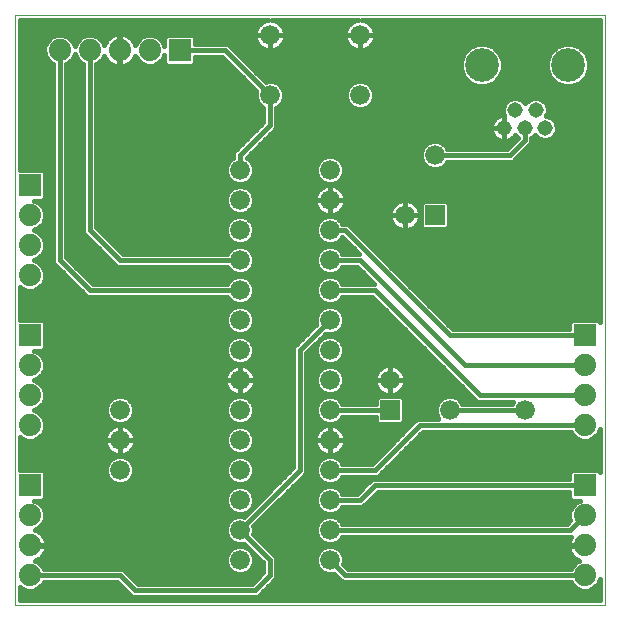
<source format=gbl>
G75*
G70*
%OFA0B0*%
%FSLAX24Y24*%
%IPPOS*%
%LPD*%
%AMOC8*
5,1,8,0,0,1.08239X$1,22.5*
%
%ADD10C,0.0000*%
%ADD11R,0.0740X0.0740*%
%ADD12C,0.0740*%
%ADD13C,0.0660*%
%ADD14C,0.0515*%
%ADD15C,0.1122*%
%ADD16R,0.0650X0.0650*%
%ADD17C,0.0650*%
%ADD18C,0.0160*%
%ADD19R,0.0356X0.0356*%
D10*
X001683Y001189D02*
X001683Y020874D01*
X021368Y020874D01*
X021368Y001189D01*
X001683Y001189D01*
D11*
X002183Y005189D03*
X002183Y010189D03*
X002183Y015189D03*
X007183Y019689D03*
X020683Y010189D03*
X020683Y005189D03*
D12*
X020683Y004189D03*
X020683Y003189D03*
X020683Y002189D03*
X020683Y007189D03*
X020683Y008189D03*
X020683Y009189D03*
X006183Y019689D03*
X005183Y019689D03*
X004183Y019689D03*
X003183Y019689D03*
X002183Y014189D03*
X002183Y013189D03*
X002183Y012189D03*
X002183Y009189D03*
X002183Y008189D03*
X002183Y007189D03*
X002183Y004189D03*
X002183Y003189D03*
X002183Y002189D03*
D13*
X005183Y005689D03*
X005183Y006689D03*
X005183Y007689D03*
X009183Y007689D03*
X009183Y006689D03*
X009183Y005689D03*
X009183Y004689D03*
X009183Y003689D03*
X009183Y002689D03*
X012183Y002689D03*
X013183Y002689D03*
X012183Y003689D03*
X012183Y004689D03*
X012183Y005689D03*
X012183Y006689D03*
X012183Y007689D03*
X012183Y008689D03*
X012183Y009689D03*
X012183Y010689D03*
X012183Y011689D03*
X012183Y012689D03*
X012183Y013689D03*
X012183Y014689D03*
X012183Y015689D03*
X013183Y018189D03*
X013183Y020189D03*
X010183Y020189D03*
X010183Y018189D03*
X009183Y015689D03*
X009183Y014689D03*
X009183Y013689D03*
X009183Y012689D03*
X009183Y011689D03*
X009183Y010689D03*
X009183Y009689D03*
X009183Y008689D03*
X016183Y007689D03*
X018683Y007689D03*
X019683Y012189D03*
X015683Y016189D03*
D14*
X017983Y017089D03*
X018683Y017089D03*
X019353Y017089D03*
X019043Y017709D03*
X018353Y017709D03*
D15*
X017246Y019189D03*
X020120Y019189D03*
D16*
X015683Y014189D03*
X014183Y007689D03*
D17*
X014183Y008689D03*
X014683Y014189D03*
D18*
X014683Y014189D01*
X014683Y013684D01*
X014643Y013684D01*
X014565Y013697D01*
X014489Y013721D01*
X014418Y013757D01*
X014354Y013804D01*
X014298Y013860D01*
X014251Y013925D01*
X014215Y013995D01*
X014191Y014071D01*
X014178Y014150D01*
X014178Y014189D01*
X014683Y014189D01*
X014683Y014189D01*
X014683Y013684D01*
X014723Y013684D01*
X014801Y013697D01*
X014877Y013721D01*
X014948Y013757D01*
X015012Y013804D01*
X015068Y013860D01*
X015115Y013925D01*
X015151Y013995D01*
X015176Y014071D01*
X015188Y014150D01*
X015188Y014189D01*
X014684Y014189D01*
X014684Y014189D01*
X015188Y014189D01*
X015188Y014229D01*
X015176Y014308D01*
X015151Y014383D01*
X015115Y014454D01*
X015068Y014518D01*
X015012Y014574D01*
X014948Y014621D01*
X014877Y014657D01*
X014801Y014682D01*
X014723Y014694D01*
X014683Y014694D01*
X014643Y014694D01*
X014565Y014682D01*
X014489Y014657D01*
X014418Y014621D01*
X014354Y014574D01*
X014298Y014518D01*
X014251Y014454D01*
X014215Y014383D01*
X014191Y014308D01*
X014178Y014229D01*
X014178Y014189D01*
X014683Y014189D01*
X014683Y014190D02*
X014683Y014694D01*
X014683Y014190D01*
X014683Y014190D01*
X014683Y014190D01*
X014683Y014348D02*
X014683Y014348D01*
X014683Y014507D02*
X014683Y014507D01*
X014683Y014665D02*
X014683Y014665D01*
X014515Y014665D02*
X012693Y014665D01*
X012693Y014649D02*
X012693Y014689D01*
X012184Y014689D01*
X012184Y014689D01*
X012693Y014689D01*
X012693Y014729D01*
X012681Y014809D01*
X012656Y014885D01*
X012619Y014957D01*
X012572Y015021D01*
X012515Y015078D01*
X012450Y015125D01*
X012379Y015162D01*
X012303Y015187D01*
X012223Y015199D01*
X012183Y015199D01*
X012143Y015199D01*
X012064Y015187D01*
X011987Y015162D01*
X011916Y015125D01*
X011851Y015078D01*
X011794Y015021D01*
X011747Y014957D01*
X011711Y014885D01*
X011686Y014809D01*
X011673Y014729D01*
X011673Y014689D01*
X011673Y014649D01*
X011686Y014570D01*
X011711Y014494D01*
X011747Y014422D01*
X011794Y014357D01*
X011851Y014300D01*
X011916Y014253D01*
X011987Y014217D01*
X012064Y014192D01*
X012143Y014179D01*
X012183Y014179D01*
X012183Y014689D01*
X012183Y014689D01*
X011673Y014689D01*
X012183Y014689D01*
X012183Y014689D01*
X011683Y014689D01*
X011673Y014665D02*
X009653Y014665D01*
X009653Y014596D02*
X009653Y014783D01*
X009582Y014956D01*
X009449Y015088D01*
X009277Y015159D01*
X009090Y015159D01*
X008917Y015088D01*
X008785Y014956D01*
X008713Y014783D01*
X008713Y014596D01*
X008785Y014423D01*
X008917Y014291D01*
X009090Y014219D01*
X009277Y014219D01*
X009449Y014291D01*
X009582Y014423D01*
X009653Y014596D01*
X009616Y014507D02*
X011706Y014507D01*
X011803Y014348D02*
X009507Y014348D01*
X009449Y014088D02*
X009277Y014159D01*
X009090Y014159D01*
X008917Y014088D01*
X008785Y013956D01*
X008713Y013783D01*
X008713Y013596D01*
X008785Y013423D01*
X008917Y013291D01*
X009090Y013219D01*
X009277Y013219D01*
X009449Y013291D01*
X009582Y013423D01*
X009653Y013596D01*
X009653Y013783D01*
X009582Y013956D01*
X009449Y014088D01*
X009506Y014031D02*
X011860Y014031D01*
X011917Y014088D02*
X011785Y013956D01*
X011713Y013783D01*
X011713Y013596D01*
X011785Y013423D01*
X011917Y013291D01*
X012090Y013219D01*
X012277Y013219D01*
X012449Y013291D01*
X012582Y013423D01*
X012598Y013463D01*
X013152Y012909D01*
X013092Y012909D01*
X012601Y012909D01*
X012582Y012956D01*
X012449Y013088D01*
X012277Y013159D01*
X012090Y013159D01*
X011917Y013088D01*
X011785Y012956D01*
X011713Y012783D01*
X011713Y012596D01*
X011785Y012423D01*
X011917Y012291D01*
X012090Y012219D01*
X012277Y012219D01*
X012449Y012291D01*
X012582Y012423D01*
X012601Y012469D01*
X013092Y012469D01*
X013652Y011909D01*
X013592Y011909D01*
X012601Y011909D01*
X012582Y011956D01*
X012449Y012088D01*
X012277Y012159D01*
X012090Y012159D01*
X011917Y012088D01*
X011785Y011956D01*
X011713Y011783D01*
X011713Y011596D01*
X011785Y011423D01*
X011917Y011291D01*
X012090Y011219D01*
X012277Y011219D01*
X012449Y011291D01*
X012582Y011423D01*
X012601Y011469D01*
X013592Y011469D01*
X017092Y007969D01*
X017274Y007969D01*
X018299Y007969D01*
X018285Y007956D01*
X018266Y007909D01*
X016601Y007909D01*
X016582Y007956D01*
X016449Y008088D01*
X016277Y008159D01*
X016090Y008159D01*
X015917Y008088D01*
X015785Y007956D01*
X015713Y007783D01*
X015713Y007596D01*
X015785Y007423D01*
X015799Y007409D01*
X015092Y007409D01*
X014963Y007280D01*
X013592Y005909D01*
X012601Y005909D01*
X012582Y005956D01*
X012449Y006088D01*
X012277Y006159D01*
X012090Y006159D01*
X011917Y006088D01*
X011785Y005956D01*
X011713Y005783D01*
X011713Y005596D01*
X011785Y005423D01*
X011917Y005291D01*
X012090Y005219D01*
X012277Y005219D01*
X012449Y005291D01*
X012582Y005423D01*
X012601Y005469D01*
X013592Y005469D01*
X013774Y005469D01*
X015274Y006969D01*
X020222Y006969D01*
X020251Y006900D01*
X020394Y006757D01*
X020582Y006679D01*
X020785Y006679D01*
X020972Y006757D01*
X021115Y006900D01*
X021188Y007076D01*
X021188Y005622D01*
X021111Y005699D01*
X020255Y005699D01*
X020173Y005617D01*
X020173Y005409D01*
X013592Y005409D01*
X013463Y005280D01*
X013092Y004909D01*
X012601Y004909D01*
X012582Y004956D01*
X012449Y005088D01*
X012277Y005159D01*
X012090Y005159D01*
X011917Y005088D01*
X011785Y004956D01*
X011713Y004783D01*
X011713Y004596D01*
X011785Y004423D01*
X011917Y004291D01*
X012090Y004219D01*
X012277Y004219D01*
X012449Y004291D01*
X012582Y004423D01*
X012601Y004469D01*
X013092Y004469D01*
X013274Y004469D01*
X013774Y004969D01*
X020173Y004969D01*
X020173Y004761D01*
X020255Y004679D01*
X020534Y004679D01*
X020394Y004622D01*
X020251Y004478D01*
X020173Y004291D01*
X020173Y004088D01*
X020202Y004019D01*
X020092Y003909D01*
X012601Y003909D01*
X012582Y003956D01*
X012449Y004088D01*
X012277Y004159D01*
X012090Y004159D01*
X011917Y004088D01*
X011785Y003956D01*
X011713Y003783D01*
X011713Y003596D01*
X011785Y003423D01*
X011917Y003291D01*
X012090Y003219D01*
X012277Y003219D01*
X012449Y003291D01*
X012582Y003423D01*
X012601Y003469D01*
X020092Y003469D01*
X020209Y003469D01*
X020173Y003400D01*
X020147Y003318D01*
X020133Y003233D01*
X020133Y003209D01*
X020663Y003209D01*
X020663Y003169D01*
X020133Y003169D01*
X020133Y003146D01*
X020147Y003060D01*
X020173Y002978D01*
X020213Y002901D01*
X020264Y002831D01*
X020325Y002770D01*
X020395Y002719D01*
X020472Y002680D01*
X020507Y002668D01*
X020394Y002622D01*
X020251Y002478D01*
X020222Y002409D01*
X012774Y002409D01*
X012634Y002550D01*
X012653Y002596D01*
X012653Y002783D01*
X012582Y002956D01*
X012449Y003088D01*
X012277Y003159D01*
X012090Y003159D01*
X011917Y003088D01*
X011785Y002956D01*
X011713Y002783D01*
X011713Y002596D01*
X011785Y002423D01*
X011917Y002291D01*
X012090Y002219D01*
X012277Y002219D01*
X012323Y002238D01*
X012592Y001969D01*
X012774Y001969D01*
X020222Y001969D01*
X020251Y001900D01*
X020394Y001757D01*
X020582Y001679D01*
X020785Y001679D01*
X020972Y001757D01*
X021115Y001900D01*
X021188Y002076D01*
X021188Y001369D01*
X001863Y001369D01*
X001863Y001788D01*
X001894Y001757D01*
X002082Y001679D01*
X002285Y001679D01*
X002472Y001757D01*
X002615Y001900D01*
X002644Y001969D01*
X005092Y001969D01*
X005463Y001598D01*
X005592Y001469D01*
X009592Y001469D01*
X009774Y001469D01*
X010274Y001969D01*
X010403Y002098D01*
X010403Y002598D01*
X010403Y002780D01*
X009634Y003550D01*
X009653Y003596D01*
X009653Y003783D01*
X009634Y003829D01*
X011274Y005469D01*
X011403Y005598D01*
X011403Y009598D01*
X012043Y010238D01*
X012090Y010219D01*
X012277Y010219D01*
X012449Y010291D01*
X012582Y010423D01*
X012653Y010596D01*
X012653Y010783D01*
X012582Y010956D01*
X012449Y011088D01*
X012277Y011159D01*
X012090Y011159D01*
X011917Y011088D01*
X011785Y010956D01*
X011713Y010783D01*
X011713Y010596D01*
X011732Y010550D01*
X010963Y009780D01*
X010963Y009598D01*
X010963Y005780D01*
X009323Y004140D01*
X009277Y004159D01*
X009090Y004159D01*
X008917Y004088D01*
X008785Y003956D01*
X008713Y003783D01*
X008713Y003596D01*
X008785Y003423D01*
X008917Y003291D01*
X009090Y003219D01*
X009277Y003219D01*
X009323Y003238D01*
X009963Y002598D01*
X009963Y002280D01*
X009592Y001909D01*
X005774Y001909D01*
X005274Y002409D01*
X005092Y002409D01*
X002644Y002409D01*
X002615Y002478D01*
X002472Y002622D01*
X002359Y002668D01*
X002394Y002680D01*
X002471Y002719D01*
X002541Y002770D01*
X002603Y002831D01*
X002654Y002901D01*
X002693Y002978D01*
X002720Y003060D01*
X002733Y003146D01*
X002733Y003169D01*
X002203Y003169D01*
X002203Y003209D01*
X002733Y003209D01*
X002733Y003233D01*
X002720Y003318D01*
X002693Y003400D01*
X002654Y003478D01*
X002603Y003548D01*
X002541Y003609D01*
X002471Y003660D01*
X002394Y003699D01*
X002359Y003710D01*
X002472Y003757D01*
X002615Y003900D01*
X002693Y004088D01*
X002693Y004291D01*
X002615Y004478D01*
X002472Y004622D01*
X002333Y004679D01*
X002611Y004679D01*
X002693Y004761D01*
X002693Y005617D01*
X002611Y005699D01*
X001863Y005699D01*
X001863Y006788D01*
X001894Y006757D01*
X002082Y006679D01*
X002285Y006679D01*
X002472Y006757D01*
X002615Y006900D01*
X002693Y007088D01*
X002693Y007291D01*
X002615Y007478D01*
X002472Y007622D01*
X002309Y007689D01*
X002472Y007757D01*
X002615Y007900D01*
X002693Y008088D01*
X002693Y008291D01*
X002615Y008478D01*
X002472Y008622D01*
X002309Y008689D01*
X002472Y008757D01*
X002615Y008900D01*
X002693Y009088D01*
X002693Y009291D01*
X002615Y009478D01*
X002472Y009622D01*
X002333Y009679D01*
X002611Y009679D01*
X002693Y009761D01*
X002693Y010617D01*
X002611Y010699D01*
X001863Y010699D01*
X001863Y011788D01*
X001894Y011757D01*
X002082Y011679D01*
X002285Y011679D01*
X002472Y011757D01*
X002615Y011900D01*
X002693Y012088D01*
X002693Y012291D01*
X002615Y012478D01*
X002472Y012622D01*
X002309Y012689D01*
X002472Y012757D01*
X002615Y012900D01*
X002693Y013088D01*
X002693Y013291D01*
X002615Y013478D01*
X002472Y013622D01*
X002309Y013689D01*
X002472Y013757D01*
X002615Y013900D01*
X002693Y014088D01*
X002693Y014291D01*
X002615Y014478D01*
X002472Y014622D01*
X002333Y014679D01*
X002611Y014679D01*
X002693Y014761D01*
X002693Y015617D01*
X002963Y015617D01*
X002963Y015775D02*
X001863Y015775D01*
X001863Y015699D02*
X001863Y020694D01*
X010112Y020694D01*
X010064Y020687D01*
X009987Y020662D01*
X009916Y020625D01*
X009851Y020578D01*
X009794Y020521D01*
X009747Y020457D01*
X009711Y020385D01*
X009686Y020309D01*
X009673Y020229D01*
X009673Y020189D01*
X009673Y020149D01*
X009686Y020070D01*
X009711Y019994D01*
X009747Y019922D01*
X009794Y019857D01*
X009851Y019800D01*
X009916Y019753D01*
X009987Y019717D01*
X010064Y019692D01*
X010143Y019679D01*
X010183Y019679D01*
X010183Y020189D01*
X010183Y020189D01*
X009673Y020189D01*
X010183Y020189D01*
X010183Y020189D01*
X013183Y020189D01*
X013183Y020189D01*
X013183Y019679D01*
X013143Y019679D01*
X013064Y019692D01*
X012987Y019717D01*
X012916Y019753D01*
X012851Y019800D01*
X012794Y019857D01*
X012747Y019922D01*
X012711Y019994D01*
X012686Y020070D01*
X012673Y020149D01*
X012673Y020189D01*
X013183Y020189D01*
X013183Y020189D01*
X013683Y020189D01*
X013693Y020189D02*
X013693Y020229D01*
X013681Y020309D01*
X013656Y020385D01*
X013619Y020457D01*
X013572Y020521D01*
X013515Y020578D01*
X013450Y020625D01*
X013379Y020662D01*
X013303Y020687D01*
X013254Y020694D01*
X021188Y020694D01*
X021188Y010622D01*
X021111Y010699D01*
X020255Y010699D01*
X020173Y010617D01*
X020173Y010409D01*
X016274Y010409D01*
X012774Y013909D01*
X012601Y013909D01*
X012582Y013956D01*
X012449Y014088D01*
X012277Y014159D01*
X012090Y014159D01*
X011917Y014088D01*
X012076Y014190D02*
X004403Y014190D01*
X004403Y014348D02*
X008859Y014348D01*
X008750Y014507D02*
X004403Y014507D01*
X004403Y014665D02*
X008713Y014665D01*
X008730Y014824D02*
X004403Y014824D01*
X004403Y014983D02*
X008812Y014983D01*
X009046Y015141D02*
X004403Y015141D01*
X004403Y015300D02*
X008908Y015300D01*
X008917Y015291D02*
X009090Y015219D01*
X009277Y015219D01*
X009449Y015291D01*
X009582Y015423D01*
X009653Y015596D01*
X009653Y015783D01*
X009582Y015956D01*
X009449Y016088D01*
X009409Y016104D01*
X010274Y016969D01*
X010403Y017098D01*
X010403Y017772D01*
X010449Y017791D01*
X010582Y017923D01*
X010653Y018096D01*
X010653Y018283D01*
X010582Y018456D01*
X010449Y018588D01*
X010277Y018659D01*
X010090Y018659D01*
X010043Y018640D01*
X008903Y019780D01*
X008774Y019909D01*
X007693Y019909D01*
X007693Y020117D01*
X007611Y020199D01*
X006755Y020199D01*
X006673Y020117D01*
X006673Y019839D01*
X006615Y019978D01*
X006472Y020122D01*
X006285Y020199D01*
X006082Y020199D01*
X005894Y020122D01*
X005751Y019978D01*
X005704Y019866D01*
X005693Y019900D01*
X005654Y019978D01*
X005603Y020048D01*
X005541Y020109D01*
X005471Y020160D01*
X005394Y020199D01*
X005312Y020226D01*
X005226Y020239D01*
X005203Y020239D01*
X005203Y019710D01*
X005163Y019710D01*
X005163Y020239D01*
X005140Y020239D01*
X005054Y020226D01*
X004972Y020199D01*
X004895Y020160D01*
X004825Y020109D01*
X004764Y020048D01*
X004713Y019978D01*
X004673Y019900D01*
X004662Y019866D01*
X004615Y019978D01*
X004472Y020122D01*
X004285Y020199D01*
X004082Y020199D01*
X003894Y020122D01*
X003751Y019978D01*
X003683Y019815D01*
X003615Y019978D01*
X003472Y020122D01*
X003285Y020199D01*
X003082Y020199D01*
X002894Y020122D01*
X002751Y019978D01*
X002673Y019791D01*
X002673Y019588D01*
X002751Y019400D01*
X002894Y019257D01*
X002963Y019228D01*
X002963Y012780D01*
X002963Y012598D01*
X003963Y011598D01*
X004092Y011469D01*
X008766Y011469D01*
X008785Y011423D01*
X008917Y011291D01*
X009090Y011219D01*
X009277Y011219D01*
X009449Y011291D01*
X009582Y011423D01*
X009653Y011596D01*
X009653Y011783D01*
X009582Y011956D01*
X009449Y012088D01*
X009277Y012159D01*
X009090Y012159D01*
X008917Y012088D01*
X008785Y011956D01*
X008766Y011909D01*
X004274Y011909D01*
X003403Y012780D01*
X003403Y019228D01*
X003472Y019257D01*
X003615Y019400D01*
X003683Y019564D01*
X003751Y019400D01*
X003894Y019257D01*
X003963Y019228D01*
X003963Y013780D01*
X003963Y013598D01*
X004963Y012598D01*
X005092Y012469D01*
X008766Y012469D01*
X008785Y012423D01*
X008917Y012291D01*
X009090Y012219D01*
X009277Y012219D01*
X009449Y012291D01*
X009582Y012423D01*
X009653Y012596D01*
X009653Y012783D01*
X009582Y012956D01*
X009449Y013088D01*
X009277Y013159D01*
X009090Y013159D01*
X008917Y013088D01*
X008785Y012956D01*
X008766Y012909D01*
X005274Y012909D01*
X004403Y013780D01*
X004403Y019228D01*
X004472Y019257D01*
X004615Y019400D01*
X004662Y019513D01*
X004673Y019478D01*
X004713Y019401D01*
X004764Y019331D01*
X004825Y019270D01*
X004895Y019219D01*
X004972Y019180D01*
X005054Y019153D01*
X005140Y019139D01*
X005163Y019139D01*
X005163Y019669D01*
X005203Y019669D01*
X005203Y019139D01*
X005226Y019139D01*
X005312Y019153D01*
X005394Y019180D01*
X005471Y019219D01*
X005541Y019270D01*
X005603Y019331D01*
X005654Y019401D01*
X005693Y019478D01*
X005704Y019513D01*
X005751Y019400D01*
X005894Y019257D01*
X006082Y019179D01*
X006285Y019179D01*
X006472Y019257D01*
X006615Y019400D01*
X006673Y019540D01*
X006673Y019261D01*
X006755Y019179D01*
X007611Y019179D01*
X007693Y019261D01*
X007693Y019469D01*
X008592Y019469D01*
X009732Y018329D01*
X009713Y018283D01*
X009713Y018096D01*
X009785Y017923D01*
X009917Y017791D01*
X009963Y017772D01*
X009963Y017280D01*
X008963Y016280D01*
X008963Y016107D01*
X008917Y016088D01*
X008785Y015956D01*
X008713Y015783D01*
X008713Y015596D01*
X008785Y015423D01*
X008917Y015291D01*
X008770Y015458D02*
X004403Y015458D01*
X004403Y015617D02*
X008713Y015617D01*
X008713Y015775D02*
X004403Y015775D01*
X004403Y015934D02*
X008776Y015934D01*
X008928Y016092D02*
X004403Y016092D01*
X004403Y016251D02*
X008963Y016251D01*
X009092Y016409D02*
X004403Y016409D01*
X004403Y016568D02*
X009251Y016568D01*
X009409Y016727D02*
X004403Y016727D01*
X004403Y016885D02*
X009568Y016885D01*
X009726Y017044D02*
X004403Y017044D01*
X004403Y017202D02*
X009885Y017202D01*
X009963Y017361D02*
X004403Y017361D01*
X004403Y017519D02*
X009963Y017519D01*
X009963Y017678D02*
X004403Y017678D01*
X004403Y017836D02*
X009871Y017836D01*
X009755Y017995D02*
X004403Y017995D01*
X004403Y018153D02*
X009713Y018153D01*
X009725Y018312D02*
X004403Y018312D01*
X004403Y018471D02*
X009591Y018471D01*
X009432Y018629D02*
X004403Y018629D01*
X004403Y018788D02*
X009274Y018788D01*
X009115Y018946D02*
X004403Y018946D01*
X004403Y019105D02*
X008957Y019105D01*
X008798Y019263D02*
X007693Y019263D01*
X007693Y019422D02*
X008640Y019422D01*
X008683Y019689D02*
X007183Y019689D01*
X007693Y020056D02*
X009690Y020056D01*
X009673Y020214D02*
X005346Y020214D01*
X005203Y020214D02*
X005163Y020214D01*
X005020Y020214D02*
X001863Y020214D01*
X001863Y020056D02*
X002829Y020056D01*
X002717Y019897D02*
X001863Y019897D01*
X001863Y019739D02*
X002673Y019739D01*
X002676Y019580D02*
X001863Y019580D01*
X001863Y019422D02*
X002742Y019422D01*
X002888Y019263D02*
X001863Y019263D01*
X001863Y019105D02*
X002963Y019105D01*
X002963Y018946D02*
X001863Y018946D01*
X001863Y018788D02*
X002963Y018788D01*
X002963Y018629D02*
X001863Y018629D01*
X001863Y018471D02*
X002963Y018471D01*
X002963Y018312D02*
X001863Y018312D01*
X001863Y018153D02*
X002963Y018153D01*
X002963Y017995D02*
X001863Y017995D01*
X001863Y017836D02*
X002963Y017836D01*
X002963Y017678D02*
X001863Y017678D01*
X001863Y017519D02*
X002963Y017519D01*
X002963Y017361D02*
X001863Y017361D01*
X001863Y017202D02*
X002963Y017202D01*
X002963Y017044D02*
X001863Y017044D01*
X001863Y016885D02*
X002963Y016885D01*
X002963Y016727D02*
X001863Y016727D01*
X001863Y016568D02*
X002963Y016568D01*
X002963Y016409D02*
X001863Y016409D01*
X001863Y016251D02*
X002963Y016251D01*
X002963Y016092D02*
X001863Y016092D01*
X001863Y015934D02*
X002963Y015934D01*
X002693Y015617D02*
X002611Y015699D01*
X001863Y015699D01*
X002693Y015458D02*
X002963Y015458D01*
X002963Y015300D02*
X002693Y015300D01*
X002693Y015141D02*
X002963Y015141D01*
X002963Y014983D02*
X002693Y014983D01*
X002693Y014824D02*
X002963Y014824D01*
X002963Y014665D02*
X002366Y014665D01*
X002587Y014507D02*
X002963Y014507D01*
X002963Y014348D02*
X002669Y014348D01*
X002693Y014190D02*
X002963Y014190D01*
X002963Y014031D02*
X002670Y014031D01*
X002588Y013873D02*
X002963Y013873D01*
X002963Y013714D02*
X002369Y013714D01*
X002538Y013556D02*
X002963Y013556D01*
X002963Y013397D02*
X002649Y013397D01*
X002693Y013239D02*
X002963Y013239D01*
X002963Y013080D02*
X002690Y013080D01*
X002624Y012921D02*
X002963Y012921D01*
X002963Y012763D02*
X002478Y012763D01*
X002489Y012604D02*
X002963Y012604D01*
X003115Y012446D02*
X002629Y012446D01*
X002693Y012287D02*
X003274Y012287D01*
X003433Y012129D02*
X002693Y012129D01*
X002644Y011970D02*
X003591Y011970D01*
X003750Y011812D02*
X002527Y011812D01*
X001863Y011653D02*
X003908Y011653D01*
X004067Y011495D02*
X001863Y011495D01*
X001863Y011336D02*
X008872Y011336D01*
X008917Y011088D02*
X008785Y010956D01*
X008713Y010783D01*
X008713Y010596D01*
X008785Y010423D01*
X008917Y010291D01*
X009090Y010219D01*
X009277Y010219D01*
X009449Y010291D01*
X009582Y010423D01*
X009653Y010596D01*
X009653Y010783D01*
X009582Y010956D01*
X009449Y011088D01*
X009277Y011159D01*
X009090Y011159D01*
X008917Y011088D01*
X008848Y011019D02*
X001863Y011019D01*
X001863Y011178D02*
X013884Y011178D01*
X013725Y011336D02*
X012495Y011336D01*
X012518Y011019D02*
X014042Y011019D01*
X014201Y010860D02*
X012621Y010860D01*
X012653Y010702D02*
X014359Y010702D01*
X014518Y010543D02*
X012631Y010543D01*
X012543Y010385D02*
X014676Y010385D01*
X014835Y010226D02*
X012293Y010226D01*
X012277Y010159D02*
X012090Y010159D01*
X011917Y010088D01*
X011785Y009956D01*
X011713Y009783D01*
X011713Y009596D01*
X011785Y009423D01*
X011917Y009291D01*
X012090Y009219D01*
X012277Y009219D01*
X012449Y009291D01*
X012582Y009423D01*
X012653Y009596D01*
X012653Y009783D01*
X012582Y009956D01*
X012449Y010088D01*
X012277Y010159D01*
X012469Y010068D02*
X014994Y010068D01*
X015152Y009909D02*
X012601Y009909D01*
X012653Y009751D02*
X015311Y009751D01*
X015469Y009592D02*
X012652Y009592D01*
X012586Y009434D02*
X015628Y009434D01*
X015786Y009275D02*
X012411Y009275D01*
X012380Y009116D02*
X013912Y009116D01*
X013918Y009121D02*
X013854Y009074D01*
X013798Y009018D01*
X013751Y008954D01*
X013715Y008883D01*
X013691Y008808D01*
X013678Y008729D01*
X013678Y008689D01*
X013678Y008650D01*
X013691Y008571D01*
X013715Y008495D01*
X013751Y008425D01*
X013798Y008360D01*
X013854Y008304D01*
X013918Y008257D01*
X013989Y008221D01*
X014065Y008197D01*
X014143Y008184D01*
X014183Y008184D01*
X014183Y008689D01*
X014183Y008689D01*
X013678Y008689D01*
X014183Y008689D01*
X014183Y008689D01*
X014183Y008184D01*
X014223Y008184D01*
X014301Y008197D01*
X014377Y008221D01*
X014448Y008257D01*
X014512Y008304D01*
X014568Y008360D01*
X014615Y008425D01*
X014651Y008495D01*
X014676Y008571D01*
X014688Y008650D01*
X014688Y008689D01*
X014184Y008689D01*
X014184Y008689D01*
X014688Y008689D01*
X014688Y008729D01*
X014676Y008808D01*
X014651Y008883D01*
X014615Y008954D01*
X014568Y009018D01*
X014512Y009074D01*
X014448Y009121D01*
X014377Y009157D01*
X014301Y009182D01*
X014223Y009194D01*
X014183Y009194D01*
X014143Y009194D01*
X014065Y009182D01*
X013989Y009157D01*
X013918Y009121D01*
X013754Y008958D02*
X012579Y008958D01*
X012582Y008956D02*
X012449Y009088D01*
X012277Y009159D01*
X012090Y009159D01*
X011917Y009088D01*
X011785Y008956D01*
X011713Y008783D01*
X011713Y008596D01*
X011785Y008423D01*
X011917Y008291D01*
X012090Y008219D01*
X012277Y008219D01*
X012449Y008291D01*
X012582Y008423D01*
X012653Y008596D01*
X012653Y008783D01*
X012582Y008956D01*
X012646Y008799D02*
X013689Y008799D01*
X013680Y008641D02*
X012653Y008641D01*
X012606Y008482D02*
X013722Y008482D01*
X013834Y008324D02*
X012482Y008324D01*
X012449Y008088D02*
X012277Y008159D01*
X012090Y008159D01*
X011917Y008088D01*
X011785Y007956D01*
X011713Y007783D01*
X011713Y007596D01*
X011785Y007423D01*
X011917Y007291D01*
X012090Y007219D01*
X012277Y007219D01*
X012449Y007291D01*
X012582Y007423D01*
X012601Y007469D01*
X013718Y007469D01*
X013718Y007306D01*
X013800Y007224D01*
X014566Y007224D01*
X014648Y007306D01*
X014648Y008072D01*
X014566Y008154D01*
X013800Y008154D01*
X013718Y008072D01*
X013718Y007909D01*
X012601Y007909D01*
X012582Y007956D01*
X012449Y008088D01*
X012530Y008007D02*
X013718Y008007D01*
X014183Y008324D02*
X014183Y008324D01*
X014183Y008482D02*
X014183Y008482D01*
X014183Y008641D02*
X014183Y008641D01*
X014183Y008690D02*
X014183Y009194D01*
X014183Y008690D01*
X014183Y008690D01*
X014183Y008799D02*
X014183Y008799D01*
X014183Y008958D02*
X014183Y008958D01*
X014183Y009116D02*
X014183Y009116D01*
X014454Y009116D02*
X015945Y009116D01*
X016103Y008958D02*
X014612Y008958D01*
X014677Y008799D02*
X016262Y008799D01*
X016420Y008641D02*
X014687Y008641D01*
X014644Y008482D02*
X016579Y008482D01*
X016738Y008324D02*
X014532Y008324D01*
X014648Y008007D02*
X015836Y008007D01*
X015740Y007848D02*
X014648Y007848D01*
X014648Y007690D02*
X015713Y007690D01*
X015740Y007531D02*
X014648Y007531D01*
X014648Y007372D02*
X015055Y007372D01*
X015183Y007189D02*
X020683Y007189D01*
X020439Y006738D02*
X015043Y006738D01*
X014885Y006580D02*
X021188Y006580D01*
X021188Y006738D02*
X020927Y006738D01*
X021112Y006897D02*
X021188Y006897D01*
X021180Y007055D02*
X021188Y007055D01*
X021188Y006421D02*
X014726Y006421D01*
X014568Y006263D02*
X021188Y006263D01*
X021188Y006104D02*
X014409Y006104D01*
X014251Y005946D02*
X021188Y005946D01*
X021188Y005787D02*
X014092Y005787D01*
X013933Y005629D02*
X020184Y005629D01*
X020173Y005470D02*
X013775Y005470D01*
X013683Y005689D02*
X015183Y007189D01*
X014897Y007214D02*
X011403Y007214D01*
X011403Y007372D02*
X011835Y007372D01*
X011740Y007531D02*
X011403Y007531D01*
X011403Y007690D02*
X011713Y007690D01*
X011740Y007848D02*
X011403Y007848D01*
X011403Y008007D02*
X011836Y008007D01*
X011884Y008324D02*
X011403Y008324D01*
X011403Y008482D02*
X011760Y008482D01*
X011713Y008641D02*
X011403Y008641D01*
X011403Y008799D02*
X011720Y008799D01*
X011787Y008958D02*
X011403Y008958D01*
X011403Y009116D02*
X011986Y009116D01*
X011955Y009275D02*
X011403Y009275D01*
X011403Y009434D02*
X011780Y009434D01*
X011715Y009592D02*
X011403Y009592D01*
X011556Y009751D02*
X011713Y009751D01*
X011714Y009909D02*
X011766Y009909D01*
X011873Y010068D02*
X011897Y010068D01*
X012031Y010226D02*
X012073Y010226D01*
X011726Y010543D02*
X009631Y010543D01*
X009653Y010702D02*
X011713Y010702D01*
X011745Y010860D02*
X009621Y010860D01*
X009518Y011019D02*
X011848Y011019D01*
X011872Y011336D02*
X009495Y011336D01*
X009611Y011495D02*
X011755Y011495D01*
X011713Y011653D02*
X009653Y011653D01*
X009641Y011812D02*
X011725Y011812D01*
X011799Y011970D02*
X009567Y011970D01*
X009350Y012129D02*
X012016Y012129D01*
X011925Y012287D02*
X009441Y012287D01*
X009591Y012446D02*
X011775Y012446D01*
X011713Y012604D02*
X009653Y012604D01*
X009653Y012763D02*
X011713Y012763D01*
X011771Y012921D02*
X009596Y012921D01*
X009457Y013080D02*
X011909Y013080D01*
X012043Y013239D02*
X009323Y013239D01*
X009043Y013239D02*
X004945Y013239D01*
X004786Y013397D02*
X008811Y013397D01*
X008730Y013556D02*
X004628Y013556D01*
X004469Y013714D02*
X008713Y013714D01*
X008750Y013873D02*
X004403Y013873D01*
X004403Y014031D02*
X008860Y014031D01*
X009556Y013397D02*
X011811Y013397D01*
X011730Y013556D02*
X009636Y013556D01*
X009653Y013714D02*
X011713Y013714D01*
X011750Y013873D02*
X009616Y013873D01*
X009636Y014824D02*
X011691Y014824D01*
X011766Y014983D02*
X009555Y014983D01*
X009320Y015141D02*
X011947Y015141D01*
X011917Y015291D02*
X012090Y015219D01*
X012277Y015219D01*
X012449Y015291D01*
X012582Y015423D01*
X012653Y015596D01*
X012653Y015783D01*
X012582Y015956D01*
X012449Y016088D01*
X012277Y016159D01*
X012090Y016159D01*
X011917Y016088D01*
X011785Y015956D01*
X011713Y015783D01*
X011713Y015596D01*
X011785Y015423D01*
X011917Y015291D01*
X011908Y015300D02*
X009458Y015300D01*
X009596Y015458D02*
X011770Y015458D01*
X011713Y015617D02*
X009653Y015617D01*
X009653Y015775D02*
X011713Y015775D01*
X011776Y015934D02*
X009591Y015934D01*
X009438Y016092D02*
X011928Y016092D01*
X012438Y016092D02*
X015215Y016092D01*
X015213Y016096D02*
X015285Y015923D01*
X015417Y015791D01*
X015590Y015719D01*
X015777Y015719D01*
X015949Y015791D01*
X016082Y015923D01*
X016101Y015969D01*
X018274Y015969D01*
X018403Y016098D01*
X018903Y016598D01*
X018903Y016750D01*
X018908Y016752D01*
X019018Y016862D01*
X019128Y016752D01*
X019274Y016692D01*
X019432Y016692D01*
X019578Y016752D01*
X019690Y016864D01*
X019751Y017010D01*
X019751Y017168D01*
X019690Y017314D01*
X019578Y017426D01*
X019432Y017487D01*
X019381Y017487D01*
X019441Y017630D01*
X019441Y017788D01*
X019380Y017934D01*
X019268Y018046D01*
X019122Y018107D01*
X018964Y018107D01*
X018818Y018046D01*
X018706Y017934D01*
X018698Y017915D01*
X018690Y017934D01*
X018578Y018046D01*
X018432Y018107D01*
X018274Y018107D01*
X018128Y018046D01*
X018016Y017934D01*
X017956Y017788D01*
X017956Y017630D01*
X017999Y017527D01*
X017983Y017527D01*
X017949Y017527D01*
X017881Y017516D01*
X017815Y017495D01*
X017754Y017463D01*
X017698Y017423D01*
X017649Y017374D01*
X017609Y017319D01*
X017578Y017257D01*
X017556Y017192D01*
X017546Y017124D01*
X017546Y017089D01*
X017546Y017055D01*
X017556Y016987D01*
X017578Y016921D01*
X017609Y016860D01*
X017649Y016804D01*
X017698Y016756D01*
X017754Y016715D01*
X017815Y016684D01*
X017881Y016663D01*
X017949Y016652D01*
X017983Y016652D01*
X017983Y017089D01*
X017983Y017089D01*
X017546Y017089D01*
X017983Y017089D01*
X017983Y017089D01*
X017983Y016652D01*
X018018Y016652D01*
X018086Y016663D01*
X018151Y016684D01*
X018212Y016715D01*
X018268Y016756D01*
X018317Y016804D01*
X018354Y016856D01*
X018447Y016764D01*
X018092Y016409D01*
X016101Y016409D01*
X016082Y016456D01*
X015949Y016588D01*
X015777Y016659D01*
X015590Y016659D01*
X015417Y016588D01*
X015285Y016456D01*
X015213Y016283D01*
X015213Y016096D01*
X015213Y016251D02*
X009556Y016251D01*
X009714Y016409D02*
X015266Y016409D01*
X015397Y016568D02*
X009873Y016568D01*
X010031Y016727D02*
X017738Y016727D01*
X017596Y016885D02*
X010190Y016885D01*
X010349Y017044D02*
X017547Y017044D01*
X017560Y017202D02*
X010403Y017202D01*
X010403Y017361D02*
X017640Y017361D01*
X017902Y017519D02*
X010403Y017519D01*
X010403Y017678D02*
X017956Y017678D01*
X017983Y017527D02*
X017983Y017090D01*
X017983Y017090D01*
X017983Y017527D01*
X017983Y017519D02*
X017983Y017519D01*
X017983Y017361D02*
X017983Y017361D01*
X017983Y017202D02*
X017983Y017202D01*
X017983Y017044D02*
X017983Y017044D01*
X017983Y016885D02*
X017983Y016885D01*
X017983Y016727D02*
X017983Y016727D01*
X018228Y016727D02*
X018409Y016727D01*
X018251Y016568D02*
X015969Y016568D01*
X016101Y016409D02*
X018092Y016409D01*
X018183Y016189D02*
X015683Y016189D01*
X016086Y015934D02*
X021188Y015934D01*
X021188Y016092D02*
X018397Y016092D01*
X018556Y016251D02*
X021188Y016251D01*
X021188Y016409D02*
X018714Y016409D01*
X018873Y016568D02*
X021188Y016568D01*
X021188Y016727D02*
X019516Y016727D01*
X019699Y016885D02*
X021188Y016885D01*
X021188Y017044D02*
X019751Y017044D01*
X019737Y017202D02*
X021188Y017202D01*
X021188Y017361D02*
X019644Y017361D01*
X019395Y017519D02*
X021188Y017519D01*
X021188Y017678D02*
X019441Y017678D01*
X019421Y017836D02*
X021188Y017836D01*
X021188Y017995D02*
X019320Y017995D01*
X018767Y017995D02*
X018630Y017995D01*
X018077Y017995D02*
X013611Y017995D01*
X013582Y017923D02*
X013653Y018096D01*
X013653Y018283D01*
X013582Y018456D01*
X013449Y018588D01*
X013277Y018659D01*
X013090Y018659D01*
X012917Y018588D01*
X012785Y018456D01*
X012713Y018283D01*
X012713Y018096D01*
X012785Y017923D01*
X012917Y017791D01*
X013090Y017719D01*
X013277Y017719D01*
X013449Y017791D01*
X013582Y017923D01*
X013495Y017836D02*
X017976Y017836D01*
X017643Y018595D02*
X017386Y018488D01*
X017107Y018488D01*
X016849Y018595D01*
X016652Y018792D01*
X016545Y019050D01*
X016545Y019329D01*
X016652Y019586D01*
X016849Y019784D01*
X017107Y019890D01*
X017386Y019890D01*
X017643Y019784D01*
X017840Y019586D01*
X017947Y019329D01*
X017947Y019050D01*
X017840Y018792D01*
X017643Y018595D01*
X017677Y018629D02*
X019689Y018629D01*
X019723Y018595D02*
X019981Y018488D01*
X020260Y018488D01*
X020517Y018595D01*
X020714Y018792D01*
X020821Y019050D01*
X020821Y019329D01*
X020714Y019586D01*
X020517Y019784D01*
X020260Y019890D01*
X019981Y019890D01*
X019723Y019784D01*
X019526Y019586D01*
X019419Y019329D01*
X019419Y019050D01*
X019526Y018792D01*
X019723Y018595D01*
X019530Y018788D02*
X017836Y018788D01*
X017904Y018946D02*
X019462Y018946D01*
X019419Y019105D02*
X017947Y019105D01*
X017947Y019263D02*
X019419Y019263D01*
X019458Y019422D02*
X017909Y019422D01*
X017843Y019580D02*
X019523Y019580D01*
X019678Y019739D02*
X017688Y019739D01*
X016804Y019739D02*
X013422Y019739D01*
X013450Y019753D02*
X013515Y019800D01*
X013572Y019857D01*
X013619Y019922D01*
X013656Y019994D01*
X013681Y020070D01*
X013693Y020149D01*
X013693Y020189D01*
X013184Y020189D01*
X013184Y020189D01*
X013693Y020189D01*
X013693Y020214D02*
X021188Y020214D01*
X021188Y020056D02*
X013676Y020056D01*
X013601Y019897D02*
X021188Y019897D01*
X021188Y019739D02*
X020562Y019739D01*
X020717Y019580D02*
X021188Y019580D01*
X021188Y019422D02*
X020783Y019422D01*
X020821Y019263D02*
X021188Y019263D01*
X021188Y019105D02*
X020821Y019105D01*
X020778Y018946D02*
X021188Y018946D01*
X021188Y018788D02*
X020710Y018788D01*
X020551Y018629D02*
X021188Y018629D01*
X021188Y018471D02*
X013567Y018471D01*
X013641Y018312D02*
X021188Y018312D01*
X021188Y018153D02*
X013653Y018153D01*
X013350Y018629D02*
X016815Y018629D01*
X016656Y018788D02*
X009896Y018788D01*
X009737Y018946D02*
X016588Y018946D01*
X016545Y019105D02*
X009579Y019105D01*
X009420Y019263D02*
X016545Y019263D01*
X016584Y019422D02*
X009262Y019422D01*
X009103Y019580D02*
X016649Y019580D01*
X018683Y017089D02*
X018683Y016689D01*
X018183Y016189D01*
X018903Y016727D02*
X019190Y016727D01*
X021188Y015775D02*
X015912Y015775D01*
X015454Y015775D02*
X012653Y015775D01*
X012653Y015617D02*
X021188Y015617D01*
X021188Y015458D02*
X012596Y015458D01*
X012458Y015300D02*
X021188Y015300D01*
X021188Y015141D02*
X012420Y015141D01*
X012183Y015141D02*
X012183Y015141D01*
X012183Y015199D02*
X012183Y014690D01*
X012183Y014690D01*
X012183Y015199D01*
X012183Y014983D02*
X012183Y014983D01*
X012183Y014824D02*
X012183Y014824D01*
X012183Y014689D02*
X012683Y014689D01*
X012693Y014649D02*
X012681Y014570D01*
X012656Y014494D01*
X012619Y014422D01*
X012572Y014357D01*
X012515Y014300D01*
X012450Y014253D01*
X012379Y014217D01*
X012303Y014192D01*
X012223Y014179D01*
X012183Y014179D01*
X012183Y014689D01*
X012183Y014665D02*
X012183Y014665D01*
X012183Y014507D02*
X012183Y014507D01*
X012183Y014348D02*
X012183Y014348D01*
X012183Y014190D02*
X012183Y014190D01*
X012290Y014190D02*
X014178Y014190D01*
X014204Y014348D02*
X012563Y014348D01*
X012660Y014507D02*
X014290Y014507D01*
X014203Y014031D02*
X012506Y014031D01*
X012811Y013873D02*
X014289Y013873D01*
X014511Y013714D02*
X012969Y013714D01*
X013128Y013556D02*
X021188Y013556D01*
X021188Y013714D02*
X014855Y013714D01*
X014683Y013714D02*
X014683Y013714D01*
X014683Y013873D02*
X014683Y013873D01*
X014683Y014031D02*
X014683Y014031D01*
X015077Y013873D02*
X015218Y013873D01*
X015218Y013806D02*
X015300Y013724D01*
X016066Y013724D01*
X016148Y013806D01*
X016148Y014572D01*
X016066Y014654D01*
X015300Y014654D01*
X015218Y014572D01*
X015218Y013806D01*
X015218Y014031D02*
X015163Y014031D01*
X015188Y014190D02*
X015218Y014190D01*
X015218Y014348D02*
X015162Y014348D01*
X015218Y014507D02*
X015077Y014507D01*
X014852Y014665D02*
X021188Y014665D01*
X021188Y014507D02*
X016148Y014507D01*
X016148Y014348D02*
X021188Y014348D01*
X021188Y014190D02*
X016148Y014190D01*
X016148Y014031D02*
X021188Y014031D01*
X021188Y013873D02*
X016148Y013873D01*
X014555Y012129D02*
X021188Y012129D01*
X021188Y012287D02*
X014396Y012287D01*
X014238Y012446D02*
X021188Y012446D01*
X021188Y012604D02*
X014079Y012604D01*
X013921Y012763D02*
X021188Y012763D01*
X021188Y012921D02*
X013762Y012921D01*
X013603Y013080D02*
X021188Y013080D01*
X021188Y013239D02*
X013445Y013239D01*
X013286Y013397D02*
X021188Y013397D01*
X021188Y011970D02*
X014713Y011970D01*
X014872Y011812D02*
X021188Y011812D01*
X021188Y011653D02*
X015030Y011653D01*
X015189Y011495D02*
X021188Y011495D01*
X021188Y011336D02*
X015347Y011336D01*
X015506Y011178D02*
X021188Y011178D01*
X021188Y011019D02*
X015665Y011019D01*
X015823Y010860D02*
X021188Y010860D01*
X021188Y010702D02*
X015982Y010702D01*
X016140Y010543D02*
X020173Y010543D01*
X020683Y010189D02*
X016183Y010189D01*
X012683Y013689D01*
X012183Y013689D01*
X012323Y013239D02*
X012823Y013239D01*
X012664Y013397D02*
X012556Y013397D01*
X012457Y013080D02*
X012981Y013080D01*
X013140Y012921D02*
X012596Y012921D01*
X012183Y012689D02*
X013183Y012689D01*
X016683Y009189D01*
X020683Y009189D01*
X020683Y008189D02*
X017183Y008189D01*
X013683Y011689D01*
X012183Y011689D01*
X012350Y012129D02*
X013433Y012129D01*
X013591Y011970D02*
X012567Y011970D01*
X012441Y012287D02*
X013274Y012287D01*
X013115Y012446D02*
X012591Y012446D01*
X012183Y010689D02*
X011183Y009689D01*
X011183Y005689D01*
X009183Y003689D01*
X010183Y002689D01*
X010183Y002189D01*
X009683Y001689D01*
X005683Y001689D01*
X005183Y002189D01*
X002183Y002189D01*
X002539Y001823D02*
X005238Y001823D01*
X005396Y001665D02*
X001863Y001665D01*
X001863Y001506D02*
X005555Y001506D01*
X005701Y001982D02*
X009665Y001982D01*
X009823Y002141D02*
X005543Y002141D01*
X005384Y002299D02*
X008909Y002299D01*
X008917Y002291D02*
X009090Y002219D01*
X009277Y002219D01*
X009449Y002291D01*
X009582Y002423D01*
X009653Y002596D01*
X009653Y002783D01*
X009582Y002956D01*
X009449Y003088D01*
X009277Y003159D01*
X009090Y003159D01*
X008917Y003088D01*
X008785Y002956D01*
X008713Y002783D01*
X008713Y002596D01*
X008785Y002423D01*
X008917Y002291D01*
X008770Y002458D02*
X002624Y002458D01*
X002477Y002616D02*
X008713Y002616D01*
X008713Y002775D02*
X002546Y002775D01*
X002670Y002933D02*
X008776Y002933D01*
X008927Y003092D02*
X002725Y003092D01*
X002730Y003250D02*
X009015Y003250D01*
X008799Y003409D02*
X002689Y003409D01*
X002583Y003567D02*
X008725Y003567D01*
X008713Y003726D02*
X002397Y003726D01*
X002600Y003885D02*
X008755Y003885D01*
X008872Y004043D02*
X002675Y004043D01*
X002693Y004202D02*
X009384Y004202D01*
X009277Y004219D02*
X009449Y004291D01*
X009582Y004423D01*
X009653Y004596D01*
X009653Y004783D01*
X009582Y004956D01*
X009449Y005088D01*
X009277Y005159D01*
X009090Y005159D01*
X008917Y005088D01*
X008785Y004956D01*
X008713Y004783D01*
X008713Y004596D01*
X008785Y004423D01*
X008917Y004291D01*
X009090Y004219D01*
X009277Y004219D01*
X009519Y004360D02*
X009543Y004360D01*
X009621Y004519D02*
X009701Y004519D01*
X009653Y004677D02*
X009860Y004677D01*
X010019Y004836D02*
X009631Y004836D01*
X009543Y004994D02*
X010177Y004994D01*
X010336Y005153D02*
X009292Y005153D01*
X009277Y005219D02*
X009449Y005291D01*
X009582Y005423D01*
X009653Y005596D01*
X009653Y005783D01*
X009582Y005956D01*
X009449Y006088D01*
X009277Y006159D01*
X009090Y006159D01*
X008917Y006088D01*
X008785Y005956D01*
X008713Y005783D01*
X008713Y005596D01*
X008785Y005423D01*
X008917Y005291D01*
X009090Y005219D01*
X009277Y005219D01*
X009074Y005153D02*
X002693Y005153D01*
X002693Y005311D02*
X004896Y005311D01*
X004917Y005291D02*
X005090Y005219D01*
X005277Y005219D01*
X005449Y005291D01*
X005582Y005423D01*
X005653Y005596D01*
X005653Y005783D01*
X005582Y005956D01*
X005449Y006088D01*
X005277Y006159D01*
X005090Y006159D01*
X004917Y006088D01*
X004785Y005956D01*
X004713Y005783D01*
X004713Y005596D01*
X004785Y005423D01*
X004917Y005291D01*
X004765Y005470D02*
X002693Y005470D01*
X002682Y005629D02*
X004713Y005629D01*
X004715Y005787D02*
X001863Y005787D01*
X001863Y005946D02*
X004781Y005946D01*
X004957Y006104D02*
X001863Y006104D01*
X001863Y006263D02*
X004903Y006263D01*
X004916Y006253D02*
X004987Y006217D01*
X005064Y006192D01*
X005143Y006179D01*
X005183Y006179D01*
X005183Y006689D01*
X005183Y006689D01*
X004673Y006689D01*
X004673Y006649D01*
X004686Y006570D01*
X004711Y006494D01*
X004747Y006422D01*
X004794Y006357D01*
X004851Y006300D01*
X004916Y006253D01*
X004747Y006421D02*
X001863Y006421D01*
X001863Y006580D02*
X004684Y006580D01*
X004683Y006689D02*
X005183Y006689D01*
X005183Y006689D01*
X005683Y006689D01*
X005693Y006689D02*
X005693Y006729D01*
X005681Y006809D01*
X005656Y006885D01*
X005619Y006957D01*
X005572Y007021D01*
X005515Y007078D01*
X005450Y007125D01*
X005379Y007162D01*
X005303Y007187D01*
X005223Y007199D01*
X005183Y007199D01*
X005143Y007199D01*
X005064Y007187D01*
X004987Y007162D01*
X004916Y007125D01*
X004851Y007078D01*
X004794Y007021D01*
X004747Y006957D01*
X004711Y006885D01*
X004686Y006809D01*
X004673Y006729D01*
X004673Y006689D01*
X005183Y006689D01*
X005183Y006179D01*
X005223Y006179D01*
X005303Y006192D01*
X005379Y006217D01*
X005450Y006253D01*
X005515Y006300D01*
X005572Y006357D01*
X005619Y006422D01*
X005656Y006494D01*
X005681Y006570D01*
X005693Y006649D01*
X005693Y006689D01*
X005184Y006689D01*
X005184Y006689D01*
X005693Y006689D01*
X005692Y006738D02*
X008713Y006738D01*
X008713Y006783D02*
X008713Y006596D01*
X008785Y006423D01*
X008917Y006291D01*
X009090Y006219D01*
X009277Y006219D01*
X009449Y006291D01*
X009582Y006423D01*
X009653Y006596D01*
X009653Y006783D01*
X009582Y006956D01*
X009449Y007088D01*
X009277Y007159D01*
X009090Y007159D01*
X008917Y007088D01*
X008785Y006956D01*
X008713Y006783D01*
X008760Y006897D02*
X005650Y006897D01*
X005538Y007055D02*
X008885Y007055D01*
X008917Y007291D02*
X009090Y007219D01*
X009277Y007219D01*
X009449Y007291D01*
X009582Y007423D01*
X009653Y007596D01*
X009653Y007783D01*
X009582Y007956D01*
X009449Y008088D01*
X009277Y008159D01*
X009090Y008159D01*
X008917Y008088D01*
X008785Y007956D01*
X008713Y007783D01*
X008713Y007596D01*
X008785Y007423D01*
X008917Y007291D01*
X008835Y007372D02*
X005531Y007372D01*
X005582Y007423D02*
X005653Y007596D01*
X005653Y007783D01*
X005582Y007956D01*
X005449Y008088D01*
X005277Y008159D01*
X005090Y008159D01*
X004917Y008088D01*
X004785Y007956D01*
X004713Y007783D01*
X004713Y007596D01*
X004785Y007423D01*
X004917Y007291D01*
X005090Y007219D01*
X005277Y007219D01*
X005449Y007291D01*
X005582Y007423D01*
X005626Y007531D02*
X008740Y007531D01*
X008713Y007690D02*
X005653Y007690D01*
X005626Y007848D02*
X008740Y007848D01*
X008836Y008007D02*
X005530Y008007D01*
X004836Y008007D02*
X002659Y008007D01*
X002693Y008165D02*
X010963Y008165D01*
X010963Y008007D02*
X009530Y008007D01*
X009626Y007848D02*
X010963Y007848D01*
X010963Y007690D02*
X009653Y007690D01*
X009626Y007531D02*
X010963Y007531D01*
X010963Y007372D02*
X009531Y007372D01*
X009482Y007055D02*
X010963Y007055D01*
X010963Y006897D02*
X009606Y006897D01*
X009653Y006738D02*
X010963Y006738D01*
X010963Y006580D02*
X009646Y006580D01*
X009580Y006421D02*
X010963Y006421D01*
X010963Y006263D02*
X009381Y006263D01*
X009410Y006104D02*
X010963Y006104D01*
X010963Y005946D02*
X009586Y005946D01*
X009651Y005787D02*
X010963Y005787D01*
X010811Y005629D02*
X009653Y005629D01*
X009601Y005470D02*
X010653Y005470D01*
X010494Y005311D02*
X009470Y005311D01*
X008896Y005311D02*
X005470Y005311D01*
X005601Y005470D02*
X008765Y005470D01*
X008713Y005629D02*
X005653Y005629D01*
X005651Y005787D02*
X008715Y005787D01*
X008781Y005946D02*
X005586Y005946D01*
X005410Y006104D02*
X008957Y006104D01*
X008985Y006263D02*
X005464Y006263D01*
X005619Y006421D02*
X008786Y006421D01*
X008720Y006580D02*
X005682Y006580D01*
X005183Y006580D02*
X005183Y006580D01*
X005183Y006690D02*
X005183Y007199D01*
X005183Y006690D01*
X005183Y006690D01*
X005183Y006738D02*
X005183Y006738D01*
X005183Y006897D02*
X005183Y006897D01*
X005183Y007055D02*
X005183Y007055D01*
X004828Y007055D02*
X002680Y007055D01*
X002693Y007214D02*
X010963Y007214D01*
X011403Y007055D02*
X011828Y007055D01*
X011851Y007078D02*
X011794Y007021D01*
X011747Y006957D01*
X011711Y006885D01*
X011686Y006809D01*
X011673Y006729D01*
X011673Y006689D01*
X011673Y006649D01*
X011686Y006570D01*
X011711Y006494D01*
X011747Y006422D01*
X011794Y006357D01*
X011851Y006300D01*
X011916Y006253D01*
X011987Y006217D01*
X012064Y006192D01*
X012143Y006179D01*
X012183Y006179D01*
X012183Y006689D01*
X012183Y006689D01*
X011673Y006689D01*
X012183Y006689D01*
X012183Y006689D01*
X012683Y006689D01*
X012693Y006689D02*
X012693Y006729D01*
X012681Y006809D01*
X012656Y006885D01*
X012619Y006957D01*
X012572Y007021D01*
X012515Y007078D01*
X012450Y007125D01*
X012379Y007162D01*
X012303Y007187D01*
X012223Y007199D01*
X012183Y007199D01*
X012143Y007199D01*
X012064Y007187D01*
X011987Y007162D01*
X011916Y007125D01*
X011851Y007078D01*
X011717Y006897D02*
X011403Y006897D01*
X011403Y006738D02*
X011675Y006738D01*
X011684Y006580D02*
X011403Y006580D01*
X011403Y006421D02*
X011747Y006421D01*
X011903Y006263D02*
X011403Y006263D01*
X011403Y006104D02*
X011957Y006104D01*
X011781Y005946D02*
X011403Y005946D01*
X011403Y005787D02*
X011715Y005787D01*
X011713Y005629D02*
X011403Y005629D01*
X011275Y005470D02*
X011765Y005470D01*
X011896Y005311D02*
X011116Y005311D01*
X010958Y005153D02*
X012074Y005153D01*
X012292Y005153D02*
X013336Y005153D01*
X013494Y005311D02*
X012470Y005311D01*
X012183Y005689D02*
X013683Y005689D01*
X013628Y005946D02*
X012586Y005946D01*
X012410Y006104D02*
X013787Y006104D01*
X013945Y006263D02*
X012464Y006263D01*
X012450Y006253D02*
X012515Y006300D01*
X012572Y006357D01*
X012619Y006422D01*
X012656Y006494D01*
X012681Y006570D01*
X012693Y006649D01*
X012693Y006689D01*
X012184Y006689D01*
X012184Y006689D01*
X012693Y006689D01*
X012692Y006738D02*
X014421Y006738D01*
X014263Y006580D02*
X012682Y006580D01*
X012619Y006421D02*
X014104Y006421D01*
X014580Y006897D02*
X012650Y006897D01*
X012538Y007055D02*
X014738Y007055D01*
X015202Y006897D02*
X020254Y006897D01*
X021182Y005629D02*
X021188Y005629D01*
X020683Y005189D02*
X013683Y005189D01*
X013183Y004689D01*
X012183Y004689D01*
X012519Y004360D02*
X020202Y004360D01*
X020173Y004202D02*
X010007Y004202D01*
X010165Y004360D02*
X011848Y004360D01*
X011745Y004519D02*
X010324Y004519D01*
X010482Y004677D02*
X011713Y004677D01*
X011735Y004836D02*
X010641Y004836D01*
X010799Y004994D02*
X011824Y004994D01*
X012543Y004994D02*
X013177Y004994D01*
X013482Y004677D02*
X020529Y004677D01*
X020291Y004519D02*
X013324Y004519D01*
X013641Y004836D02*
X020173Y004836D01*
X020683Y004189D02*
X020183Y003689D01*
X012183Y003689D01*
X011872Y004043D02*
X009848Y004043D01*
X009689Y003885D02*
X011755Y003885D01*
X011713Y003726D02*
X009653Y003726D01*
X009641Y003567D02*
X011725Y003567D01*
X011799Y003409D02*
X009775Y003409D01*
X009933Y003250D02*
X012015Y003250D01*
X011927Y003092D02*
X010092Y003092D01*
X010250Y002933D02*
X011776Y002933D01*
X011713Y002775D02*
X010403Y002775D01*
X010403Y002616D02*
X011713Y002616D01*
X011770Y002458D02*
X010403Y002458D01*
X010403Y002299D02*
X011909Y002299D01*
X012183Y002689D02*
X012683Y002189D01*
X020683Y002189D01*
X020328Y001823D02*
X010128Y001823D01*
X009970Y001665D02*
X021188Y001665D01*
X021188Y001823D02*
X021039Y001823D01*
X021149Y001982D02*
X021188Y001982D01*
X021188Y001506D02*
X009811Y001506D01*
X010287Y001982D02*
X012579Y001982D01*
X012421Y002141D02*
X010403Y002141D01*
X009963Y002299D02*
X009458Y002299D01*
X009596Y002458D02*
X009963Y002458D01*
X009945Y002616D02*
X009653Y002616D01*
X009653Y002775D02*
X009787Y002775D01*
X009628Y002933D02*
X009591Y002933D01*
X009469Y003092D02*
X009439Y003092D01*
X008848Y004360D02*
X002664Y004360D01*
X002575Y004519D02*
X008745Y004519D01*
X008713Y004677D02*
X002338Y004677D01*
X002693Y004836D02*
X008735Y004836D01*
X008824Y004994D02*
X002693Y004994D01*
X002427Y006738D02*
X004675Y006738D01*
X004717Y006897D02*
X002612Y006897D01*
X002659Y007372D02*
X004835Y007372D01*
X004740Y007531D02*
X002563Y007531D01*
X002309Y007690D02*
X004713Y007690D01*
X004740Y007848D02*
X002563Y007848D01*
X002679Y008324D02*
X008827Y008324D01*
X008851Y008300D02*
X008916Y008253D01*
X008987Y008217D01*
X009064Y008192D01*
X009143Y008179D01*
X009183Y008179D01*
X009183Y008689D01*
X009183Y008689D01*
X008673Y008689D01*
X008673Y008649D01*
X008686Y008570D01*
X008711Y008494D01*
X008747Y008422D01*
X008794Y008357D01*
X008851Y008300D01*
X008716Y008482D02*
X002611Y008482D01*
X002426Y008641D02*
X008674Y008641D01*
X008673Y008689D02*
X009183Y008689D01*
X009183Y008689D01*
X009683Y008689D01*
X009693Y008689D02*
X009693Y008729D01*
X009681Y008809D01*
X009656Y008885D01*
X009619Y008957D01*
X009572Y009021D01*
X009515Y009078D01*
X009450Y009125D01*
X009379Y009162D01*
X009303Y009187D01*
X009223Y009199D01*
X009183Y009199D01*
X009143Y009199D01*
X009064Y009187D01*
X008987Y009162D01*
X008916Y009125D01*
X008851Y009078D01*
X008794Y009021D01*
X008747Y008957D01*
X008711Y008885D01*
X008686Y008809D01*
X008673Y008729D01*
X008673Y008689D01*
X008683Y008689D02*
X009183Y008689D01*
X009183Y008179D01*
X009223Y008179D01*
X009303Y008192D01*
X009379Y008217D01*
X009450Y008253D01*
X009515Y008300D01*
X009572Y008357D01*
X009619Y008422D01*
X009656Y008494D01*
X009681Y008570D01*
X009693Y008649D01*
X009693Y008689D01*
X009184Y008689D01*
X009184Y008689D01*
X009693Y008689D01*
X009692Y008641D02*
X010963Y008641D01*
X010963Y008799D02*
X009682Y008799D01*
X009618Y008958D02*
X010963Y008958D01*
X010963Y009116D02*
X009463Y009116D01*
X009411Y009275D02*
X010963Y009275D01*
X010963Y009434D02*
X009586Y009434D01*
X009582Y009423D02*
X009653Y009596D01*
X009653Y009783D01*
X009582Y009956D01*
X009449Y010088D01*
X009277Y010159D01*
X009090Y010159D01*
X008917Y010088D01*
X008785Y009956D01*
X008713Y009783D01*
X008713Y009596D01*
X008785Y009423D01*
X008917Y009291D01*
X009090Y009219D01*
X009277Y009219D01*
X009449Y009291D01*
X009582Y009423D01*
X009652Y009592D02*
X010963Y009592D01*
X010963Y009751D02*
X009653Y009751D01*
X009601Y009909D02*
X011092Y009909D01*
X011251Y010068D02*
X009469Y010068D01*
X009293Y010226D02*
X011409Y010226D01*
X011568Y010385D02*
X009543Y010385D01*
X009073Y010226D02*
X002693Y010226D01*
X002693Y010068D02*
X008897Y010068D01*
X008766Y009909D02*
X002693Y009909D01*
X002682Y009751D02*
X008713Y009751D01*
X008715Y009592D02*
X002502Y009592D01*
X002634Y009434D02*
X008780Y009434D01*
X008955Y009275D02*
X002693Y009275D01*
X002693Y009116D02*
X008904Y009116D01*
X008748Y008958D02*
X002639Y008958D01*
X002514Y008799D02*
X008684Y008799D01*
X009183Y008799D02*
X009183Y008799D01*
X009183Y008690D02*
X009183Y009199D01*
X009183Y008690D01*
X009183Y008690D01*
X009183Y008641D02*
X009183Y008641D01*
X009183Y008482D02*
X009183Y008482D01*
X009183Y008324D02*
X009183Y008324D01*
X009539Y008324D02*
X010963Y008324D01*
X010963Y008482D02*
X009650Y008482D01*
X009183Y008958D02*
X009183Y008958D01*
X009183Y009116D02*
X009183Y009116D01*
X008823Y010385D02*
X002693Y010385D01*
X002693Y010543D02*
X008735Y010543D01*
X008713Y010702D02*
X001863Y010702D01*
X001863Y010860D02*
X008745Y010860D01*
X009183Y011689D02*
X004183Y011689D01*
X003183Y012689D01*
X003183Y019689D01*
X003538Y020056D02*
X003829Y020056D01*
X003717Y019897D02*
X003649Y019897D01*
X003624Y019422D02*
X003742Y019422D01*
X003888Y019263D02*
X003478Y019263D01*
X003403Y019105D02*
X003963Y019105D01*
X003963Y018946D02*
X003403Y018946D01*
X003403Y018788D02*
X003963Y018788D01*
X003963Y018629D02*
X003403Y018629D01*
X003403Y018471D02*
X003963Y018471D01*
X003963Y018312D02*
X003403Y018312D01*
X003403Y018153D02*
X003963Y018153D01*
X003963Y017995D02*
X003403Y017995D01*
X003403Y017836D02*
X003963Y017836D01*
X003963Y017678D02*
X003403Y017678D01*
X003403Y017519D02*
X003963Y017519D01*
X003963Y017361D02*
X003403Y017361D01*
X003403Y017202D02*
X003963Y017202D01*
X003963Y017044D02*
X003403Y017044D01*
X003403Y016885D02*
X003963Y016885D01*
X003963Y016727D02*
X003403Y016727D01*
X003403Y016568D02*
X003963Y016568D01*
X003963Y016409D02*
X003403Y016409D01*
X003403Y016251D02*
X003963Y016251D01*
X003963Y016092D02*
X003403Y016092D01*
X003403Y015934D02*
X003963Y015934D01*
X003963Y015775D02*
X003403Y015775D01*
X003403Y015617D02*
X003963Y015617D01*
X003963Y015458D02*
X003403Y015458D01*
X003403Y015300D02*
X003963Y015300D01*
X003963Y015141D02*
X003403Y015141D01*
X003403Y014983D02*
X003963Y014983D01*
X003963Y014824D02*
X003403Y014824D01*
X003403Y014665D02*
X003963Y014665D01*
X003963Y014507D02*
X003403Y014507D01*
X003403Y014348D02*
X003963Y014348D01*
X003963Y014190D02*
X003403Y014190D01*
X003403Y014031D02*
X003963Y014031D01*
X003963Y013873D02*
X003403Y013873D01*
X003403Y013714D02*
X003963Y013714D01*
X004006Y013556D02*
X003403Y013556D01*
X003403Y013397D02*
X004164Y013397D01*
X004323Y013239D02*
X003403Y013239D01*
X003403Y013080D02*
X004481Y013080D01*
X004640Y012921D02*
X003403Y012921D01*
X003421Y012763D02*
X004798Y012763D01*
X004957Y012604D02*
X003579Y012604D01*
X003738Y012446D02*
X008775Y012446D01*
X008925Y012287D02*
X003896Y012287D01*
X004055Y012129D02*
X009016Y012129D01*
X008799Y011970D02*
X004213Y011970D01*
X005183Y012689D02*
X009183Y012689D01*
X008771Y012921D02*
X005262Y012921D01*
X005103Y013080D02*
X008909Y013080D01*
X009183Y015689D02*
X009183Y016189D01*
X010183Y017189D01*
X010183Y018189D01*
X008683Y019689D01*
X008786Y019897D02*
X009765Y019897D01*
X009944Y019739D02*
X008945Y019739D01*
X009707Y020373D02*
X001863Y020373D01*
X001863Y020532D02*
X009804Y020532D01*
X010085Y020690D02*
X001863Y020690D01*
X004183Y019689D02*
X004183Y013689D01*
X005183Y012689D01*
X010495Y017836D02*
X012871Y017836D01*
X012755Y017995D02*
X010611Y017995D01*
X010653Y018153D02*
X012713Y018153D01*
X012725Y018312D02*
X010641Y018312D01*
X010567Y018471D02*
X012800Y018471D01*
X013017Y018629D02*
X010350Y018629D01*
X010223Y019679D02*
X010303Y019692D01*
X010379Y019717D01*
X010450Y019753D01*
X010515Y019800D01*
X010572Y019857D01*
X010619Y019922D01*
X010656Y019994D01*
X010681Y020070D01*
X010693Y020149D01*
X010693Y020189D01*
X010184Y020189D01*
X010184Y020189D01*
X010693Y020189D01*
X010693Y020229D01*
X010681Y020309D01*
X010656Y020385D01*
X010619Y020457D01*
X010572Y020521D01*
X010515Y020578D01*
X010450Y020625D01*
X010379Y020662D01*
X010303Y020687D01*
X010254Y020694D01*
X013112Y020694D01*
X013064Y020687D01*
X012987Y020662D01*
X012916Y020625D01*
X012851Y020578D01*
X012794Y020521D01*
X012747Y020457D01*
X012711Y020385D01*
X012686Y020309D01*
X012673Y020229D01*
X012673Y020189D01*
X013183Y020189D01*
X013183Y019679D01*
X013223Y019679D01*
X013303Y019692D01*
X013379Y019717D01*
X013450Y019753D01*
X013183Y019739D02*
X013183Y019739D01*
X013183Y019897D02*
X013183Y019897D01*
X013183Y020056D02*
X013183Y020056D01*
X012944Y019739D02*
X010422Y019739D01*
X010223Y019679D02*
X010183Y019679D01*
X010183Y020189D01*
X010183Y020056D02*
X010183Y020056D01*
X010183Y019897D02*
X010183Y019897D01*
X010183Y019739D02*
X010183Y019739D01*
X010601Y019897D02*
X012765Y019897D01*
X012690Y020056D02*
X010676Y020056D01*
X010693Y020214D02*
X012673Y020214D01*
X012707Y020373D02*
X010660Y020373D01*
X010562Y020532D02*
X012804Y020532D01*
X013085Y020690D02*
X010281Y020690D01*
X013281Y020690D02*
X021188Y020690D01*
X021188Y020532D02*
X013562Y020532D01*
X013660Y020373D02*
X021188Y020373D01*
X021188Y014983D02*
X012600Y014983D01*
X012676Y014824D02*
X021188Y014824D01*
X015280Y015934D02*
X012591Y015934D01*
X006673Y019263D02*
X006478Y019263D01*
X006624Y019422D02*
X006673Y019422D01*
X006649Y019897D02*
X006673Y019897D01*
X006673Y020056D02*
X006538Y020056D01*
X005829Y020056D02*
X005594Y020056D01*
X005694Y019897D02*
X005717Y019897D01*
X005742Y019422D02*
X005664Y019422D01*
X005532Y019263D02*
X005888Y019263D01*
X005203Y019263D02*
X005163Y019263D01*
X005163Y019422D02*
X005203Y019422D01*
X005203Y019580D02*
X005163Y019580D01*
X005163Y019739D02*
X005203Y019739D01*
X005203Y019897D02*
X005163Y019897D01*
X005163Y020056D02*
X005203Y020056D01*
X004772Y020056D02*
X004538Y020056D01*
X004649Y019897D02*
X004672Y019897D01*
X004702Y019422D02*
X004624Y019422D01*
X004478Y019263D02*
X004834Y019263D01*
X011403Y008165D02*
X016896Y008165D01*
X017055Y008007D02*
X016530Y008007D01*
X016183Y007689D02*
X018683Y007689D01*
X020192Y004043D02*
X012494Y004043D01*
X012567Y003409D02*
X020178Y003409D01*
X020136Y003250D02*
X012352Y003250D01*
X012439Y003092D02*
X020142Y003092D01*
X020196Y002933D02*
X012591Y002933D01*
X012653Y002775D02*
X020320Y002775D01*
X020389Y002616D02*
X012653Y002616D01*
X012726Y002458D02*
X020242Y002458D01*
X014183Y007689D02*
X012183Y007689D01*
X012531Y007372D02*
X013718Y007372D01*
X012450Y006253D02*
X012379Y006217D01*
X012303Y006192D01*
X012223Y006179D01*
X012183Y006179D01*
X012183Y006689D01*
X012183Y006690D02*
X012183Y007199D01*
X012183Y006690D01*
X012183Y006690D01*
X012183Y006738D02*
X012183Y006738D01*
X012183Y006580D02*
X012183Y006580D01*
X012183Y006421D02*
X012183Y006421D01*
X012183Y006263D02*
X012183Y006263D01*
X012183Y006897D02*
X012183Y006897D01*
X012183Y007055D02*
X012183Y007055D01*
X005183Y006421D02*
X005183Y006421D01*
X005183Y006263D02*
X005183Y006263D01*
X001939Y006738D02*
X001863Y006738D01*
D19*
X012183Y016689D03*
M02*

</source>
